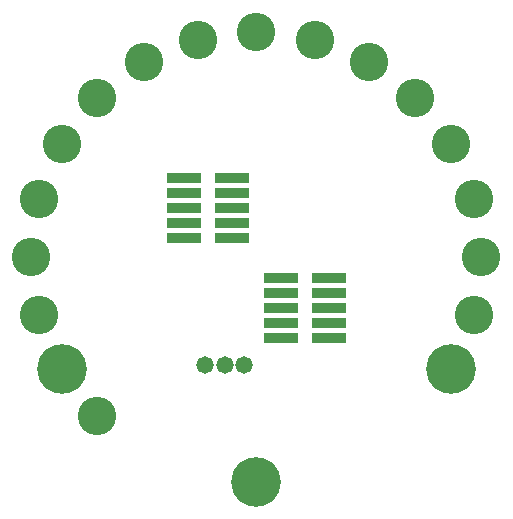
<source format=gbs>
G04*
G04 #@! TF.GenerationSoftware,Altium Limited,Altium Designer,18.1.11 (251)*
G04*
G04 Layer_Color=16711935*
%FSLAX25Y25*%
%MOIN*%
G70*
G01*
G75*
%ADD12C,0.12800*%
%ADD13C,0.05800*%
%ADD14C,0.16548*%
%ADD21R,0.11386X0.03315*%
%ADD22R,0.11386X0.03316*%
%ADD23R,0.11784X0.03713*%
D12*
X-53000Y-53000D02*
D03*
X72400Y19400D02*
D03*
X-72400Y-19400D02*
D03*
X75000Y0D02*
D03*
X-75000D02*
D03*
X72400Y-19400D02*
D03*
X37500Y64950D02*
D03*
X19400Y72400D02*
D03*
X0Y75000D02*
D03*
X-19400Y72400D02*
D03*
X-37500Y64950D02*
D03*
X-53000Y53000D02*
D03*
X-64950Y37500D02*
D03*
X-72400Y19400D02*
D03*
X53000Y53000D02*
D03*
X65000Y37500D02*
D03*
D13*
X-17000Y-36000D02*
D03*
X-10500D02*
D03*
X-4000D02*
D03*
D14*
X0Y-75000D02*
D03*
X65000Y-37500D02*
D03*
X-64950D02*
D03*
D21*
X-24012Y6405D02*
D03*
X-8012D02*
D03*
X-24012Y11405D02*
D03*
X-8012D02*
D03*
X-24012Y21406D02*
D03*
X-8012D02*
D03*
X-24012Y26406D02*
D03*
X-8012D02*
D03*
X8312Y-27095D02*
D03*
X24312D02*
D03*
X8312Y-22095D02*
D03*
X24312D02*
D03*
X8312Y-12094D02*
D03*
X24312D02*
D03*
X8312Y-7094D02*
D03*
X24312D02*
D03*
D22*
X-24012Y16406D02*
D03*
X-8012D02*
D03*
X8312Y-17095D02*
D03*
X24312D02*
D03*
D23*
X-24012Y6406D02*
D03*
X-8012D02*
D03*
X-24012Y11406D02*
D03*
X-8012D02*
D03*
X-24012Y16406D02*
D03*
X-8012D02*
D03*
X-24012Y21406D02*
D03*
X-8012D02*
D03*
X-24012Y26406D02*
D03*
X-8012D02*
D03*
X8312Y-27095D02*
D03*
X24312D02*
D03*
X8312Y-22095D02*
D03*
X24312D02*
D03*
X8312Y-17095D02*
D03*
X24312D02*
D03*
X8312Y-12094D02*
D03*
X24312D02*
D03*
X8312Y-7095D02*
D03*
X24312D02*
D03*
M02*

</source>
